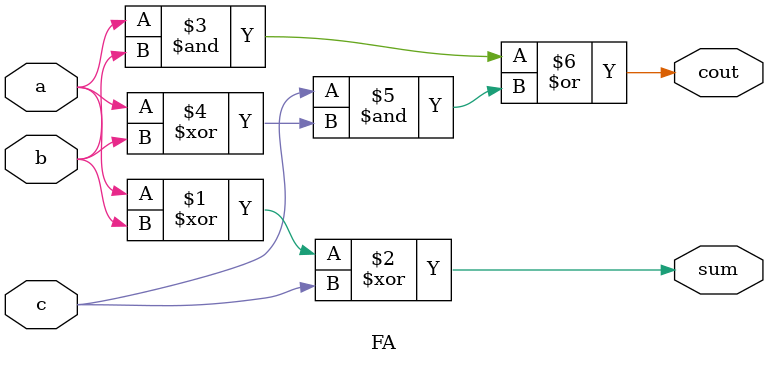
<source format=v>
`timescale 1ns/1ns
module FA(a,b,c,cout,sum);

  input a,b,c;
  output cout, sum;

  assign sum = a ^ b ^ c ;
  assign cout = a & b | ( c & ( a ^ b ) ) ;
  
endmodule  


</source>
